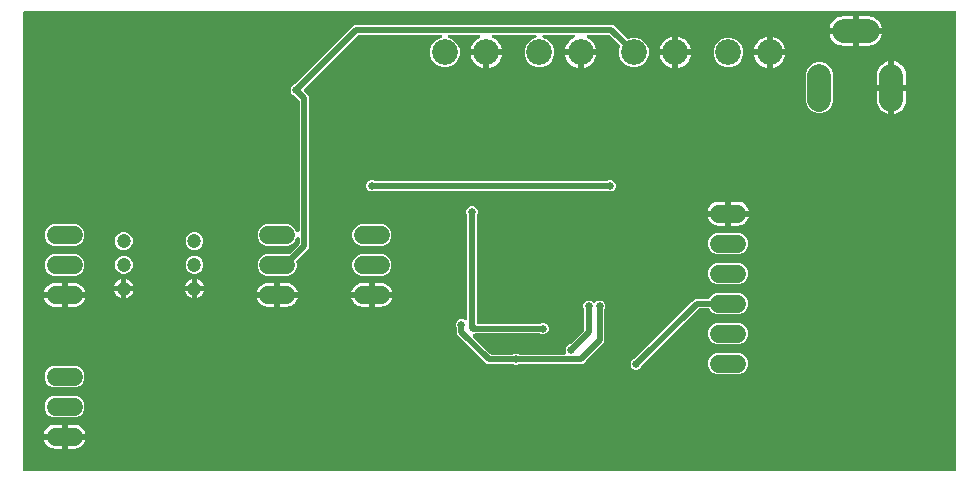
<source format=gbr>
G04 EAGLE Gerber RS-274X export*
G75*
%MOMM*%
%FSLAX34Y34*%
%LPD*%
%INBottom Copper*%
%IPPOS*%
%AMOC8*
5,1,8,0,0,1.08239X$1,22.5*%
G01*
%ADD10C,2.000000*%
%ADD11C,1.524000*%
%ADD12C,1.500000*%
%ADD13C,1.200000*%
%ADD14C,2.184400*%
%ADD15R,4.900000X4.900000*%
%ADD16C,0.654800*%
%ADD17C,0.500000*%

G36*
X793455Y5085D02*
X793455Y5085D01*
X793491Y5082D01*
X793627Y5105D01*
X793763Y5121D01*
X793797Y5133D01*
X793832Y5138D01*
X793959Y5191D01*
X794089Y5238D01*
X794118Y5257D01*
X794151Y5271D01*
X794263Y5352D01*
X794378Y5427D01*
X794403Y5453D01*
X794431Y5473D01*
X794522Y5577D01*
X794617Y5677D01*
X794635Y5708D01*
X794658Y5734D01*
X794722Y5857D01*
X794792Y5975D01*
X794802Y6009D01*
X794819Y6041D01*
X794853Y6174D01*
X794894Y6306D01*
X794896Y6341D01*
X794905Y6375D01*
X794919Y6580D01*
X794919Y393420D01*
X794917Y393443D01*
X794918Y393457D01*
X794916Y393467D01*
X794918Y393491D01*
X794895Y393627D01*
X794879Y393763D01*
X794867Y393797D01*
X794862Y393832D01*
X794809Y393959D01*
X794762Y394089D01*
X794743Y394118D01*
X794729Y394151D01*
X794648Y394263D01*
X794573Y394378D01*
X794547Y394403D01*
X794527Y394431D01*
X794423Y394522D01*
X794323Y394617D01*
X794292Y394635D01*
X794266Y394658D01*
X794143Y394722D01*
X794025Y394792D01*
X793991Y394802D01*
X793959Y394819D01*
X793826Y394853D01*
X793694Y394894D01*
X793659Y394896D01*
X793625Y394905D01*
X793420Y394919D01*
X6580Y394919D01*
X6545Y394915D01*
X6509Y394918D01*
X6373Y394895D01*
X6237Y394879D01*
X6203Y394867D01*
X6168Y394862D01*
X6041Y394809D01*
X5911Y394762D01*
X5882Y394743D01*
X5849Y394729D01*
X5737Y394648D01*
X5622Y394573D01*
X5597Y394547D01*
X5569Y394527D01*
X5478Y394423D01*
X5383Y394323D01*
X5365Y394292D01*
X5342Y394266D01*
X5278Y394143D01*
X5208Y394025D01*
X5198Y393991D01*
X5181Y393959D01*
X5147Y393826D01*
X5106Y393694D01*
X5104Y393659D01*
X5095Y393625D01*
X5081Y393420D01*
X5081Y6580D01*
X5085Y6545D01*
X5082Y6509D01*
X5105Y6373D01*
X5121Y6237D01*
X5133Y6203D01*
X5138Y6168D01*
X5191Y6041D01*
X5238Y5911D01*
X5257Y5882D01*
X5271Y5849D01*
X5352Y5737D01*
X5427Y5622D01*
X5453Y5597D01*
X5473Y5569D01*
X5577Y5478D01*
X5677Y5383D01*
X5708Y5365D01*
X5734Y5342D01*
X5857Y5278D01*
X5975Y5208D01*
X6009Y5198D01*
X6041Y5181D01*
X6174Y5147D01*
X6306Y5106D01*
X6341Y5104D01*
X6375Y5095D01*
X6580Y5081D01*
X793420Y5081D01*
X793455Y5085D01*
G37*
%LPC*%
G36*
X210705Y170975D02*
X210705Y170975D01*
X207388Y172349D01*
X204849Y174888D01*
X203475Y178205D01*
X203475Y181795D01*
X204849Y185112D01*
X207388Y187651D01*
X210705Y189025D01*
X229383Y189025D01*
X229436Y189010D01*
X229523Y189006D01*
X229610Y188992D01*
X229696Y188998D01*
X229781Y188994D01*
X229867Y189010D01*
X229955Y189016D01*
X230037Y189041D01*
X230121Y189057D01*
X230201Y189093D01*
X230285Y189119D01*
X230359Y189162D01*
X230437Y189197D01*
X230507Y189250D01*
X230583Y189294D01*
X230691Y189389D01*
X230713Y189406D01*
X230721Y189415D01*
X230737Y189429D01*
X238536Y197228D01*
X238623Y197337D01*
X238714Y197443D01*
X238730Y197473D01*
X238751Y197499D01*
X238810Y197625D01*
X238875Y197749D01*
X238883Y197781D01*
X238898Y197812D01*
X238926Y197948D01*
X238961Y198083D01*
X238964Y198129D01*
X238969Y198150D01*
X238968Y198184D01*
X238975Y198288D01*
X238975Y201984D01*
X238969Y202036D01*
X238972Y202088D01*
X238949Y202207D01*
X238935Y202327D01*
X238918Y202376D01*
X238908Y202428D01*
X238859Y202539D01*
X238818Y202652D01*
X238789Y202696D01*
X238768Y202744D01*
X238695Y202841D01*
X238629Y202942D01*
X238591Y202978D01*
X238560Y203020D01*
X238466Y203097D01*
X238379Y203181D01*
X238334Y203207D01*
X238294Y203241D01*
X238185Y203294D01*
X238081Y203356D01*
X238031Y203371D01*
X237984Y203394D01*
X237866Y203422D01*
X237750Y203458D01*
X237698Y203461D01*
X237647Y203473D01*
X237526Y203473D01*
X237405Y203481D01*
X237354Y203473D01*
X237302Y203473D01*
X237184Y203445D01*
X237064Y203425D01*
X237016Y203405D01*
X236965Y203393D01*
X236857Y203339D01*
X236745Y203293D01*
X236703Y203262D01*
X236656Y203239D01*
X236563Y203161D01*
X236465Y203090D01*
X236430Y203051D01*
X236390Y203017D01*
X236317Y202921D01*
X236238Y202829D01*
X236214Y202783D01*
X236182Y202741D01*
X236091Y202558D01*
X235151Y200288D01*
X232612Y197749D01*
X229295Y196375D01*
X210705Y196375D01*
X207388Y197749D01*
X204849Y200288D01*
X203475Y203605D01*
X203475Y207195D01*
X204849Y210512D01*
X207388Y213051D01*
X210705Y214425D01*
X229295Y214425D01*
X232612Y213051D01*
X235151Y210512D01*
X236091Y208242D01*
X236116Y208197D01*
X236134Y208148D01*
X236200Y208046D01*
X236259Y207940D01*
X236294Y207902D01*
X236323Y207858D01*
X236410Y207775D01*
X236492Y207685D01*
X236535Y207655D01*
X236573Y207619D01*
X236677Y207558D01*
X236777Y207490D01*
X236826Y207471D01*
X236871Y207444D01*
X236987Y207409D01*
X237100Y207365D01*
X237152Y207358D01*
X237202Y207342D01*
X237322Y207334D01*
X237442Y207317D01*
X237494Y207322D01*
X237547Y207319D01*
X237666Y207338D01*
X237787Y207350D01*
X237836Y207366D01*
X237888Y207375D01*
X237999Y207421D01*
X238114Y207460D01*
X238159Y207487D01*
X238207Y207507D01*
X238305Y207578D01*
X238408Y207642D01*
X238445Y207679D01*
X238487Y207710D01*
X238567Y207801D01*
X238652Y207887D01*
X238680Y207931D01*
X238714Y207971D01*
X238770Y208078D01*
X238834Y208181D01*
X238851Y208230D01*
X238875Y208277D01*
X238905Y208394D01*
X238943Y208509D01*
X238948Y208561D01*
X238961Y208612D01*
X238975Y208816D01*
X238975Y318814D01*
X238959Y318952D01*
X238949Y319091D01*
X238939Y319124D01*
X238935Y319157D01*
X238888Y319288D01*
X238847Y319422D01*
X238829Y319451D01*
X238818Y319483D01*
X238742Y319599D01*
X238671Y319719D01*
X238641Y319753D01*
X238629Y319772D01*
X238605Y319795D01*
X238536Y319874D01*
X235463Y322947D01*
X235449Y322959D01*
X235437Y322973D01*
X235313Y323066D01*
X235192Y323162D01*
X235175Y323169D01*
X235161Y323181D01*
X234977Y323272D01*
X233384Y323932D01*
X232034Y325282D01*
X231303Y327045D01*
X231303Y328955D01*
X232034Y330718D01*
X233384Y332068D01*
X234977Y332728D01*
X234993Y332737D01*
X235011Y332743D01*
X235144Y332821D01*
X235279Y332896D01*
X235293Y332909D01*
X235309Y332918D01*
X235463Y333053D01*
X282638Y380228D01*
X285435Y383025D01*
X504667Y383025D01*
X507464Y380228D01*
X515790Y371902D01*
X515859Y371847D01*
X515921Y371786D01*
X515994Y371740D01*
X516061Y371687D01*
X516140Y371650D01*
X516215Y371604D01*
X516296Y371577D01*
X516374Y371540D01*
X516460Y371522D01*
X516543Y371494D01*
X516628Y371487D01*
X516712Y371469D01*
X516800Y371471D01*
X516887Y371463D01*
X516972Y371475D01*
X517058Y371477D01*
X517143Y371499D01*
X517229Y371511D01*
X517366Y371557D01*
X517393Y371564D01*
X517403Y371570D01*
X517424Y371577D01*
X519524Y372447D01*
X524476Y372447D01*
X529051Y370552D01*
X532552Y367051D01*
X534447Y362476D01*
X534447Y357524D01*
X532552Y352949D01*
X529051Y349448D01*
X524476Y347553D01*
X519524Y347553D01*
X514949Y349448D01*
X511448Y352949D01*
X509553Y357524D01*
X509553Y362476D01*
X510423Y364576D01*
X510447Y364660D01*
X510481Y364741D01*
X510494Y364826D01*
X510518Y364909D01*
X510522Y364996D01*
X510536Y365082D01*
X510530Y365168D01*
X510534Y365254D01*
X510518Y365340D01*
X510511Y365427D01*
X510486Y365509D01*
X510470Y365594D01*
X510435Y365674D01*
X510409Y365757D01*
X510365Y365832D01*
X510330Y365910D01*
X510278Y365980D01*
X510233Y366055D01*
X510139Y366164D01*
X510122Y366186D01*
X510113Y366194D01*
X510098Y366210D01*
X501772Y374536D01*
X501663Y374623D01*
X501557Y374714D01*
X501527Y374730D01*
X501501Y374751D01*
X501375Y374810D01*
X501251Y374875D01*
X501219Y374883D01*
X501188Y374898D01*
X501052Y374926D01*
X500917Y374961D01*
X500871Y374964D01*
X500850Y374969D01*
X500816Y374968D01*
X500712Y374975D01*
X483508Y374975D01*
X483343Y374956D01*
X483178Y374938D01*
X483172Y374936D01*
X483165Y374935D01*
X483008Y374879D01*
X482852Y374824D01*
X482846Y374820D01*
X482840Y374818D01*
X482700Y374727D01*
X482561Y374638D01*
X482556Y374633D01*
X482550Y374629D01*
X482435Y374509D01*
X482320Y374390D01*
X482316Y374384D01*
X482312Y374379D01*
X482227Y374235D01*
X482142Y374093D01*
X482140Y374087D01*
X482137Y374081D01*
X482088Y373922D01*
X482037Y373764D01*
X482036Y373757D01*
X482034Y373750D01*
X482023Y373583D01*
X482010Y373419D01*
X482011Y373412D01*
X482011Y373405D01*
X482038Y373242D01*
X482063Y373077D01*
X482066Y373071D01*
X482067Y373064D01*
X482130Y372912D01*
X482193Y372757D01*
X482197Y372751D01*
X482199Y372745D01*
X482296Y372611D01*
X482393Y372475D01*
X482398Y372470D01*
X482402Y372465D01*
X482528Y372355D01*
X482652Y372246D01*
X482659Y372241D01*
X482663Y372238D01*
X482677Y372231D01*
X482828Y372140D01*
X484056Y371514D01*
X485770Y370269D01*
X487269Y368770D01*
X488514Y367056D01*
X489476Y365168D01*
X490131Y363152D01*
X490235Y362499D01*
X478000Y362499D01*
X477965Y362495D01*
X477930Y362498D01*
X477794Y362475D01*
X477657Y362459D01*
X477623Y362447D01*
X477588Y362442D01*
X477461Y362389D01*
X477332Y362342D01*
X477302Y362323D01*
X477269Y362309D01*
X477157Y362228D01*
X477042Y362153D01*
X477018Y362127D01*
X476994Y362110D01*
X476903Y362197D01*
X476872Y362215D01*
X476845Y362238D01*
X476723Y362302D01*
X476605Y362372D01*
X476571Y362382D01*
X476539Y362399D01*
X476406Y362433D01*
X476274Y362474D01*
X476239Y362476D01*
X476204Y362485D01*
X476000Y362499D01*
X463765Y362499D01*
X463869Y363152D01*
X464524Y365168D01*
X465486Y367056D01*
X466731Y368770D01*
X468230Y370269D01*
X469944Y371514D01*
X471172Y372140D01*
X471310Y372231D01*
X471450Y372323D01*
X471455Y372328D01*
X471460Y372332D01*
X471574Y372453D01*
X471688Y372573D01*
X471692Y372579D01*
X471697Y372584D01*
X471779Y372728D01*
X471863Y372871D01*
X471865Y372878D01*
X471869Y372884D01*
X471916Y373043D01*
X471966Y373202D01*
X471966Y373208D01*
X471968Y373215D01*
X471978Y373381D01*
X471989Y373547D01*
X471988Y373553D01*
X471989Y373560D01*
X471960Y373724D01*
X471933Y373888D01*
X471931Y373894D01*
X471929Y373901D01*
X471864Y374054D01*
X471801Y374207D01*
X471797Y374212D01*
X471794Y374219D01*
X471695Y374354D01*
X471598Y374487D01*
X471593Y374492D01*
X471589Y374497D01*
X471463Y374605D01*
X471337Y374714D01*
X471331Y374717D01*
X471326Y374722D01*
X471179Y374797D01*
X471031Y374875D01*
X471025Y374877D01*
X471019Y374880D01*
X470857Y374920D01*
X470696Y374961D01*
X470688Y374962D01*
X470683Y374963D01*
X470668Y374963D01*
X470492Y374975D01*
X445909Y374975D01*
X445857Y374969D01*
X445804Y374972D01*
X445685Y374949D01*
X445565Y374935D01*
X445516Y374918D01*
X445465Y374908D01*
X445354Y374859D01*
X445240Y374818D01*
X445196Y374789D01*
X445148Y374768D01*
X445052Y374695D01*
X444950Y374629D01*
X444914Y374591D01*
X444873Y374560D01*
X444795Y374466D01*
X444712Y374379D01*
X444685Y374334D01*
X444652Y374294D01*
X444598Y374185D01*
X444537Y374081D01*
X444521Y374031D01*
X444498Y373984D01*
X444470Y373866D01*
X444435Y373750D01*
X444431Y373698D01*
X444419Y373647D01*
X444419Y373526D01*
X444411Y373405D01*
X444419Y373354D01*
X444420Y373302D01*
X444447Y373184D01*
X444467Y373064D01*
X444487Y373016D01*
X444499Y372965D01*
X444553Y372857D01*
X444600Y372745D01*
X444630Y372703D01*
X444654Y372656D01*
X444731Y372563D01*
X444802Y372465D01*
X444841Y372430D01*
X444875Y372390D01*
X444971Y372317D01*
X445063Y372238D01*
X445109Y372214D01*
X445151Y372182D01*
X445335Y372091D01*
X449051Y370552D01*
X452552Y367051D01*
X454447Y362476D01*
X454447Y357524D01*
X452552Y352949D01*
X449051Y349448D01*
X444476Y347553D01*
X439524Y347553D01*
X434949Y349448D01*
X431448Y352949D01*
X429553Y357524D01*
X429553Y362476D01*
X431448Y367051D01*
X434949Y370552D01*
X438665Y372091D01*
X438711Y372116D01*
X438760Y372134D01*
X438861Y372200D01*
X438967Y372259D01*
X439006Y372294D01*
X439050Y372323D01*
X439133Y372410D01*
X439223Y372492D01*
X439252Y372535D01*
X439288Y372573D01*
X439350Y372677D01*
X439418Y372777D01*
X439437Y372826D01*
X439463Y372871D01*
X439499Y372987D01*
X439543Y373100D01*
X439550Y373152D01*
X439565Y373202D01*
X439574Y373322D01*
X439590Y373442D01*
X439585Y373494D01*
X439589Y373547D01*
X439569Y373666D01*
X439558Y373787D01*
X439541Y373836D01*
X439533Y373888D01*
X439487Y373999D01*
X439448Y374114D01*
X439420Y374159D01*
X439400Y374207D01*
X439330Y374305D01*
X439266Y374408D01*
X439229Y374445D01*
X439198Y374487D01*
X439107Y374567D01*
X439021Y374652D01*
X438976Y374680D01*
X438937Y374714D01*
X438830Y374770D01*
X438727Y374834D01*
X438677Y374851D01*
X438631Y374875D01*
X438514Y374905D01*
X438399Y374943D01*
X438347Y374948D01*
X438296Y374961D01*
X438091Y374975D01*
X403508Y374975D01*
X403343Y374956D01*
X403178Y374938D01*
X403172Y374936D01*
X403165Y374935D01*
X403008Y374879D01*
X402852Y374824D01*
X402846Y374820D01*
X402840Y374818D01*
X402700Y374727D01*
X402561Y374638D01*
X402556Y374633D01*
X402550Y374629D01*
X402435Y374509D01*
X402320Y374390D01*
X402316Y374384D01*
X402312Y374379D01*
X402227Y374235D01*
X402142Y374093D01*
X402140Y374087D01*
X402137Y374081D01*
X402088Y373922D01*
X402037Y373764D01*
X402036Y373757D01*
X402034Y373750D01*
X402023Y373583D01*
X402010Y373419D01*
X402011Y373412D01*
X402011Y373405D01*
X402038Y373242D01*
X402063Y373077D01*
X402066Y373071D01*
X402067Y373064D01*
X402130Y372912D01*
X402193Y372757D01*
X402197Y372751D01*
X402199Y372745D01*
X402296Y372611D01*
X402393Y372475D01*
X402398Y372470D01*
X402402Y372465D01*
X402528Y372355D01*
X402652Y372246D01*
X402659Y372241D01*
X402663Y372238D01*
X402677Y372231D01*
X402828Y372140D01*
X404056Y371514D01*
X405770Y370269D01*
X407269Y368770D01*
X408514Y367056D01*
X409476Y365168D01*
X410131Y363152D01*
X410235Y362499D01*
X398000Y362499D01*
X397965Y362495D01*
X397930Y362498D01*
X397794Y362475D01*
X397657Y362459D01*
X397623Y362447D01*
X397588Y362442D01*
X397461Y362389D01*
X397332Y362342D01*
X397302Y362323D01*
X397269Y362309D01*
X397157Y362228D01*
X397042Y362153D01*
X397018Y362127D01*
X396994Y362110D01*
X396903Y362197D01*
X396872Y362215D01*
X396845Y362238D01*
X396723Y362302D01*
X396605Y362372D01*
X396571Y362382D01*
X396539Y362399D01*
X396406Y362433D01*
X396274Y362474D01*
X396239Y362476D01*
X396204Y362485D01*
X396000Y362499D01*
X383765Y362499D01*
X383869Y363152D01*
X384524Y365168D01*
X385486Y367056D01*
X386731Y368770D01*
X388230Y370269D01*
X389944Y371514D01*
X391172Y372140D01*
X391310Y372231D01*
X391450Y372323D01*
X391454Y372328D01*
X391460Y372332D01*
X391574Y372453D01*
X391688Y372573D01*
X391692Y372579D01*
X391697Y372584D01*
X391779Y372728D01*
X391863Y372871D01*
X391865Y372878D01*
X391869Y372884D01*
X391916Y373043D01*
X391966Y373202D01*
X391966Y373208D01*
X391968Y373215D01*
X391978Y373381D01*
X391989Y373547D01*
X391988Y373553D01*
X391988Y373560D01*
X391960Y373724D01*
X391933Y373888D01*
X391931Y373894D01*
X391929Y373901D01*
X391864Y374054D01*
X391801Y374207D01*
X391797Y374213D01*
X391794Y374219D01*
X391696Y374352D01*
X391598Y374487D01*
X391593Y374492D01*
X391589Y374497D01*
X391463Y374605D01*
X391337Y374714D01*
X391331Y374717D01*
X391326Y374722D01*
X391179Y374797D01*
X391031Y374875D01*
X391024Y374877D01*
X391018Y374880D01*
X390857Y374920D01*
X390696Y374961D01*
X390688Y374962D01*
X390683Y374963D01*
X390667Y374963D01*
X390492Y374975D01*
X365909Y374975D01*
X365857Y374969D01*
X365804Y374972D01*
X365685Y374949D01*
X365565Y374935D01*
X365516Y374918D01*
X365465Y374908D01*
X365354Y374859D01*
X365240Y374818D01*
X365196Y374789D01*
X365148Y374768D01*
X365052Y374695D01*
X364950Y374629D01*
X364914Y374591D01*
X364873Y374560D01*
X364795Y374466D01*
X364712Y374379D01*
X364685Y374334D01*
X364652Y374294D01*
X364598Y374185D01*
X364537Y374081D01*
X364521Y374031D01*
X364498Y373984D01*
X364470Y373866D01*
X364435Y373750D01*
X364431Y373698D01*
X364419Y373647D01*
X364419Y373526D01*
X364411Y373405D01*
X364419Y373354D01*
X364420Y373302D01*
X364447Y373184D01*
X364467Y373064D01*
X364487Y373016D01*
X364499Y372965D01*
X364553Y372857D01*
X364600Y372745D01*
X364630Y372703D01*
X364654Y372656D01*
X364731Y372563D01*
X364802Y372465D01*
X364841Y372430D01*
X364875Y372390D01*
X364971Y372317D01*
X365063Y372238D01*
X365109Y372214D01*
X365151Y372182D01*
X365335Y372091D01*
X369051Y370552D01*
X372552Y367051D01*
X374447Y362476D01*
X374447Y357524D01*
X372552Y352949D01*
X369051Y349448D01*
X364476Y347553D01*
X359524Y347553D01*
X354949Y349448D01*
X351448Y352949D01*
X349553Y357524D01*
X349553Y362476D01*
X351448Y367051D01*
X354949Y370552D01*
X358665Y372091D01*
X358711Y372116D01*
X358760Y372134D01*
X358861Y372200D01*
X358967Y372259D01*
X359006Y372294D01*
X359050Y372323D01*
X359133Y372410D01*
X359223Y372492D01*
X359252Y372535D01*
X359288Y372573D01*
X359350Y372677D01*
X359418Y372777D01*
X359437Y372826D01*
X359463Y372871D01*
X359499Y372987D01*
X359543Y373100D01*
X359550Y373152D01*
X359565Y373202D01*
X359574Y373322D01*
X359590Y373442D01*
X359585Y373494D01*
X359589Y373547D01*
X359569Y373666D01*
X359558Y373787D01*
X359541Y373836D01*
X359533Y373888D01*
X359487Y373999D01*
X359448Y374114D01*
X359420Y374159D01*
X359400Y374207D01*
X359330Y374305D01*
X359266Y374408D01*
X359229Y374445D01*
X359198Y374487D01*
X359107Y374567D01*
X359021Y374652D01*
X358976Y374680D01*
X358937Y374714D01*
X358830Y374770D01*
X358727Y374834D01*
X358677Y374851D01*
X358631Y374875D01*
X358514Y374905D01*
X358399Y374943D01*
X358347Y374948D01*
X358296Y374961D01*
X358091Y374975D01*
X289390Y374975D01*
X289252Y374959D01*
X289113Y374949D01*
X289080Y374939D01*
X289047Y374935D01*
X288916Y374888D01*
X288782Y374847D01*
X288753Y374829D01*
X288721Y374818D01*
X288605Y374742D01*
X288485Y374671D01*
X288451Y374641D01*
X288432Y374629D01*
X288409Y374605D01*
X288330Y374536D01*
X242854Y329060D01*
X242832Y329032D01*
X242805Y329009D01*
X242725Y328897D01*
X242639Y328789D01*
X242624Y328757D01*
X242604Y328728D01*
X242551Y328601D01*
X242492Y328476D01*
X242485Y328441D01*
X242472Y328409D01*
X242450Y328272D01*
X242421Y328138D01*
X242422Y328102D01*
X242416Y328067D01*
X242426Y327930D01*
X242429Y327792D01*
X242438Y327758D01*
X242441Y327722D01*
X242482Y327591D01*
X242516Y327458D01*
X242533Y327426D01*
X242543Y327392D01*
X242614Y327273D01*
X242678Y327152D01*
X242701Y327125D01*
X242719Y327095D01*
X242854Y326940D01*
X247025Y322769D01*
X247025Y194333D01*
X236636Y183944D01*
X236582Y183876D01*
X236520Y183814D01*
X236475Y183741D01*
X236422Y183673D01*
X236384Y183594D01*
X236338Y183520D01*
X236311Y183438D01*
X236275Y183360D01*
X236257Y183275D01*
X236229Y183192D01*
X236221Y183106D01*
X236203Y183022D01*
X236206Y182934D01*
X236198Y182847D01*
X236210Y182762D01*
X236212Y182676D01*
X236234Y182592D01*
X236246Y182505D01*
X236292Y182369D01*
X236299Y182342D01*
X236304Y182331D01*
X236311Y182311D01*
X236525Y181795D01*
X236525Y178205D01*
X235151Y174888D01*
X232612Y172349D01*
X229295Y170975D01*
X210705Y170975D01*
G37*
%LPD*%
%LPC*%
G36*
X421045Y95201D02*
X421045Y95201D01*
X419452Y95861D01*
X419435Y95866D01*
X419418Y95875D01*
X419268Y95914D01*
X419120Y95956D01*
X419101Y95957D01*
X419083Y95961D01*
X418879Y95975D01*
X397333Y95975D01*
X371975Y121333D01*
X371975Y125879D01*
X371973Y125897D01*
X371975Y125916D01*
X371953Y126068D01*
X371935Y126222D01*
X371929Y126240D01*
X371926Y126258D01*
X371861Y126452D01*
X371201Y128045D01*
X371201Y129955D01*
X371932Y131718D01*
X373282Y133068D01*
X375045Y133799D01*
X376955Y133799D01*
X378902Y132992D01*
X379053Y132949D01*
X379202Y132903D01*
X379219Y132902D01*
X379235Y132897D01*
X379390Y132890D01*
X379547Y132879D01*
X379563Y132882D01*
X379580Y132881D01*
X379734Y132910D01*
X379888Y132935D01*
X379903Y132942D01*
X379920Y132945D01*
X380063Y133008D01*
X380207Y133068D01*
X380221Y133078D01*
X380236Y133085D01*
X380361Y133179D01*
X380487Y133270D01*
X380499Y133283D01*
X380512Y133293D01*
X380611Y133413D01*
X380714Y133531D01*
X380722Y133547D01*
X380733Y133560D01*
X380802Y133699D01*
X380875Y133838D01*
X380879Y133854D01*
X380887Y133869D01*
X380922Y134021D01*
X380961Y134172D01*
X380963Y134194D01*
X380965Y134206D01*
X380965Y134233D01*
X380975Y134377D01*
X380975Y221879D01*
X380973Y221897D01*
X380975Y221916D01*
X380953Y222068D01*
X380935Y222222D01*
X380929Y222240D01*
X380926Y222258D01*
X380861Y222452D01*
X380201Y224045D01*
X380201Y225955D01*
X380932Y227718D01*
X382282Y229068D01*
X384045Y229799D01*
X385955Y229799D01*
X387718Y229068D01*
X389068Y227718D01*
X389799Y225955D01*
X389799Y224045D01*
X389139Y222452D01*
X389134Y222435D01*
X389125Y222418D01*
X389086Y222268D01*
X389044Y222120D01*
X389043Y222101D01*
X389039Y222083D01*
X389025Y221879D01*
X389025Y131524D01*
X389029Y131489D01*
X389026Y131453D01*
X389049Y131317D01*
X389065Y131181D01*
X389077Y131147D01*
X389082Y131112D01*
X389135Y130985D01*
X389182Y130855D01*
X389201Y130826D01*
X389215Y130793D01*
X389296Y130681D01*
X389371Y130566D01*
X389397Y130541D01*
X389417Y130513D01*
X389521Y130422D01*
X389621Y130327D01*
X389652Y130309D01*
X389678Y130286D01*
X389801Y130222D01*
X389919Y130152D01*
X389953Y130142D01*
X389985Y130125D01*
X390118Y130091D01*
X390250Y130050D01*
X390285Y130048D01*
X390319Y130039D01*
X390524Y130025D01*
X441879Y130025D01*
X441897Y130027D01*
X441916Y130025D01*
X442068Y130047D01*
X442222Y130065D01*
X442240Y130071D01*
X442258Y130074D01*
X442452Y130139D01*
X444045Y130799D01*
X445955Y130799D01*
X447718Y130068D01*
X449068Y128718D01*
X449799Y126955D01*
X449799Y125045D01*
X449068Y123282D01*
X447718Y121932D01*
X445955Y121201D01*
X444045Y121201D01*
X442452Y121861D01*
X442435Y121866D01*
X442418Y121875D01*
X442268Y121914D01*
X442120Y121956D01*
X442101Y121957D01*
X442083Y121961D01*
X441879Y121975D01*
X388268Y121975D01*
X388249Y121973D01*
X388231Y121975D01*
X388078Y121953D01*
X387924Y121935D01*
X387907Y121929D01*
X387889Y121926D01*
X387694Y121861D01*
X386671Y121437D01*
X386652Y121437D01*
X386585Y121419D01*
X386517Y121411D01*
X386419Y121376D01*
X386318Y121350D01*
X386257Y121317D01*
X386191Y121294D01*
X386104Y121237D01*
X386012Y121188D01*
X385960Y121143D01*
X385902Y121105D01*
X385830Y121030D01*
X385751Y120961D01*
X385711Y120905D01*
X385663Y120855D01*
X385610Y120765D01*
X385550Y120680D01*
X385523Y120616D01*
X385488Y120557D01*
X385457Y120457D01*
X385418Y120361D01*
X385406Y120292D01*
X385386Y120226D01*
X385379Y120122D01*
X385362Y120019D01*
X385367Y119950D01*
X385362Y119881D01*
X385379Y119779D01*
X385387Y119674D01*
X385407Y119608D01*
X385418Y119540D01*
X385458Y119444D01*
X385489Y119344D01*
X385525Y119285D01*
X385551Y119221D01*
X385612Y119136D01*
X385665Y119047D01*
X385734Y118968D01*
X385753Y118941D01*
X385770Y118926D01*
X385800Y118892D01*
X400228Y104464D01*
X400337Y104377D01*
X400443Y104286D01*
X400473Y104270D01*
X400499Y104249D01*
X400625Y104190D01*
X400749Y104125D01*
X400781Y104117D01*
X400812Y104102D01*
X400948Y104074D01*
X401083Y104039D01*
X401129Y104036D01*
X401150Y104031D01*
X401184Y104032D01*
X401288Y104025D01*
X418879Y104025D01*
X418897Y104027D01*
X418916Y104025D01*
X419068Y104047D01*
X419222Y104065D01*
X419240Y104071D01*
X419258Y104074D01*
X419452Y104139D01*
X421045Y104799D01*
X422955Y104799D01*
X424548Y104139D01*
X424558Y104136D01*
X424566Y104132D01*
X424573Y104130D01*
X424582Y104125D01*
X424732Y104086D01*
X424880Y104044D01*
X424899Y104043D01*
X424917Y104039D01*
X425121Y104025D01*
X463209Y104025D01*
X463364Y104043D01*
X463519Y104057D01*
X463535Y104063D01*
X463552Y104065D01*
X463699Y104118D01*
X463847Y104167D01*
X463861Y104176D01*
X463877Y104182D01*
X464008Y104267D01*
X464141Y104350D01*
X464153Y104362D01*
X464167Y104371D01*
X464275Y104484D01*
X464385Y104594D01*
X464394Y104609D01*
X464406Y104621D01*
X464485Y104756D01*
X464567Y104889D01*
X464572Y104905D01*
X464581Y104919D01*
X464627Y105068D01*
X464676Y105217D01*
X464678Y105233D01*
X464683Y105250D01*
X464693Y105406D01*
X464708Y105561D01*
X464705Y105578D01*
X464706Y105595D01*
X464681Y105749D01*
X464659Y105903D01*
X464652Y105924D01*
X464650Y105936D01*
X464640Y105961D01*
X464594Y106098D01*
X464201Y107046D01*
X464201Y108955D01*
X464932Y110718D01*
X466282Y112068D01*
X467875Y112728D01*
X467891Y112737D01*
X467909Y112743D01*
X468042Y112821D01*
X468177Y112896D01*
X468191Y112909D01*
X468207Y112918D01*
X468361Y113053D01*
X479536Y124228D01*
X479623Y124337D01*
X479714Y124443D01*
X479730Y124473D01*
X479751Y124499D01*
X479810Y124625D01*
X479875Y124749D01*
X479883Y124781D01*
X479898Y124812D01*
X479926Y124948D01*
X479961Y125083D01*
X479964Y125129D01*
X479969Y125150D01*
X479968Y125184D01*
X479975Y125288D01*
X479975Y141879D01*
X479973Y141897D01*
X479975Y141916D01*
X479953Y142068D01*
X479935Y142222D01*
X479929Y142240D01*
X479926Y142258D01*
X479861Y142452D01*
X479201Y144045D01*
X479201Y145955D01*
X479932Y147718D01*
X481282Y149068D01*
X483045Y149799D01*
X484955Y149799D01*
X486718Y149068D01*
X487440Y148347D01*
X487468Y148324D01*
X487491Y148298D01*
X487603Y148218D01*
X487711Y148132D01*
X487743Y148117D01*
X487772Y148096D01*
X487899Y148044D01*
X488024Y147985D01*
X488059Y147978D01*
X488091Y147964D01*
X488228Y147942D01*
X488362Y147914D01*
X488398Y147915D01*
X488433Y147909D01*
X488570Y147919D01*
X488708Y147922D01*
X488742Y147931D01*
X488778Y147933D01*
X488909Y147974D01*
X489042Y148009D01*
X489074Y148026D01*
X489108Y148036D01*
X489226Y148106D01*
X489348Y148170D01*
X489375Y148194D01*
X489405Y148212D01*
X489560Y148347D01*
X490282Y149068D01*
X492045Y149799D01*
X493955Y149799D01*
X495718Y149068D01*
X497068Y147718D01*
X497799Y145955D01*
X497799Y144045D01*
X497139Y142452D01*
X497134Y142435D01*
X497125Y142418D01*
X497086Y142268D01*
X497044Y142120D01*
X497043Y142101D01*
X497039Y142083D01*
X497025Y141879D01*
X497025Y114333D01*
X481464Y98772D01*
X478667Y95975D01*
X425121Y95975D01*
X425103Y95973D01*
X425084Y95975D01*
X424932Y95953D01*
X424778Y95935D01*
X424760Y95929D01*
X424742Y95926D01*
X424548Y95861D01*
X422955Y95201D01*
X421045Y95201D01*
G37*
%LPD*%
%LPC*%
G36*
X299045Y242201D02*
X299045Y242201D01*
X297282Y242932D01*
X295932Y244282D01*
X295201Y246045D01*
X295201Y247955D01*
X295932Y249718D01*
X297282Y251068D01*
X299045Y251799D01*
X300955Y251799D01*
X302548Y251139D01*
X302565Y251134D01*
X302582Y251125D01*
X302732Y251086D01*
X302880Y251044D01*
X302899Y251043D01*
X302917Y251039D01*
X303121Y251025D01*
X498879Y251025D01*
X498897Y251027D01*
X498916Y251025D01*
X499068Y251047D01*
X499222Y251065D01*
X499240Y251071D01*
X499258Y251074D01*
X499452Y251139D01*
X501045Y251799D01*
X502955Y251799D01*
X504718Y251068D01*
X506068Y249718D01*
X506799Y247955D01*
X506799Y246045D01*
X506068Y244282D01*
X504718Y242932D01*
X502955Y242201D01*
X501045Y242201D01*
X499452Y242861D01*
X499435Y242866D01*
X499418Y242875D01*
X499268Y242914D01*
X499120Y242956D01*
X499101Y242957D01*
X499083Y242961D01*
X498879Y242975D01*
X303121Y242975D01*
X303103Y242973D01*
X303084Y242975D01*
X302932Y242953D01*
X302778Y242935D01*
X302760Y242929D01*
X302742Y242926D01*
X302548Y242861D01*
X300955Y242201D01*
X299045Y242201D01*
G37*
%LPD*%
%LPC*%
G36*
X523045Y91201D02*
X523045Y91201D01*
X521282Y91932D01*
X519932Y93282D01*
X519201Y95045D01*
X519201Y96955D01*
X519932Y98718D01*
X521282Y100068D01*
X522875Y100728D01*
X522891Y100737D01*
X522909Y100743D01*
X523042Y100821D01*
X523177Y100896D01*
X523191Y100909D01*
X523207Y100918D01*
X523361Y101053D01*
X570836Y148528D01*
X573633Y151325D01*
X585047Y151325D01*
X585134Y151335D01*
X585222Y151335D01*
X585305Y151355D01*
X585391Y151365D01*
X585473Y151394D01*
X585558Y151414D01*
X585635Y151453D01*
X585716Y151482D01*
X585789Y151530D01*
X585867Y151569D01*
X585933Y151624D01*
X586005Y151671D01*
X586066Y151734D01*
X586133Y151790D01*
X586185Y151859D01*
X586244Y151921D01*
X586288Y151997D01*
X586341Y152067D01*
X586405Y152195D01*
X586419Y152219D01*
X586423Y152231D01*
X586432Y152250D01*
X586527Y152480D01*
X589100Y155053D01*
X592461Y156445D01*
X611339Y156445D01*
X614700Y155053D01*
X617273Y152480D01*
X618665Y149119D01*
X618665Y145481D01*
X617273Y142120D01*
X614700Y139547D01*
X611339Y138155D01*
X592461Y138155D01*
X589100Y139547D01*
X586527Y142120D01*
X586432Y142350D01*
X586390Y142426D01*
X586356Y142507D01*
X586306Y142577D01*
X586264Y142652D01*
X586205Y142716D01*
X586154Y142787D01*
X586089Y142844D01*
X586031Y142907D01*
X585959Y142957D01*
X585893Y143014D01*
X585816Y143054D01*
X585746Y143103D01*
X585664Y143134D01*
X585587Y143175D01*
X585503Y143196D01*
X585423Y143227D01*
X585337Y143239D01*
X585252Y143261D01*
X585108Y143271D01*
X585081Y143275D01*
X585069Y143274D01*
X585047Y143275D01*
X577588Y143275D01*
X577450Y143259D01*
X577311Y143249D01*
X577278Y143239D01*
X577245Y143235D01*
X577114Y143188D01*
X576980Y143147D01*
X576951Y143129D01*
X576919Y143118D01*
X576803Y143042D01*
X576683Y142971D01*
X576649Y142941D01*
X576630Y142929D01*
X576607Y142905D01*
X576528Y142836D01*
X529053Y95361D01*
X529041Y95347D01*
X529027Y95335D01*
X528934Y95211D01*
X528838Y95090D01*
X528831Y95073D01*
X528819Y95059D01*
X528728Y94875D01*
X528068Y93282D01*
X526718Y91932D01*
X524955Y91201D01*
X523045Y91201D01*
G37*
%LPD*%
%LPC*%
G36*
X676708Y308475D02*
X676708Y308475D01*
X672472Y310230D01*
X669230Y313472D01*
X667475Y317708D01*
X667475Y342292D01*
X669230Y346528D01*
X672472Y349770D01*
X676708Y351525D01*
X681292Y351525D01*
X685528Y349770D01*
X688770Y346528D01*
X690525Y342292D01*
X690525Y317708D01*
X688770Y313472D01*
X685528Y310230D01*
X681292Y308475D01*
X676708Y308475D01*
G37*
%LPD*%
%LPC*%
G36*
X30561Y170855D02*
X30561Y170855D01*
X27200Y172247D01*
X24627Y174820D01*
X23235Y178181D01*
X23235Y181819D01*
X24627Y185180D01*
X27200Y187753D01*
X30561Y189145D01*
X49439Y189145D01*
X52800Y187753D01*
X55373Y185180D01*
X56765Y181819D01*
X56765Y178181D01*
X55373Y174820D01*
X52800Y172247D01*
X49439Y170855D01*
X30561Y170855D01*
G37*
%LPD*%
%LPC*%
G36*
X592461Y188955D02*
X592461Y188955D01*
X589100Y190347D01*
X586527Y192920D01*
X585135Y196281D01*
X585135Y199919D01*
X586527Y203280D01*
X589100Y205853D01*
X592461Y207245D01*
X611339Y207245D01*
X614700Y205853D01*
X617273Y203280D01*
X618665Y199919D01*
X618665Y196281D01*
X617273Y192920D01*
X614700Y190347D01*
X611339Y188955D01*
X592461Y188955D01*
G37*
%LPD*%
%LPC*%
G36*
X592461Y87355D02*
X592461Y87355D01*
X589100Y88747D01*
X586527Y91320D01*
X585135Y94681D01*
X585135Y98319D01*
X586527Y101680D01*
X589100Y104253D01*
X592461Y105645D01*
X611339Y105645D01*
X614700Y104253D01*
X617273Y101680D01*
X618665Y98319D01*
X618665Y94681D01*
X617273Y91320D01*
X614700Y88747D01*
X611339Y87355D01*
X592461Y87355D01*
G37*
%LPD*%
%LPC*%
G36*
X592461Y112755D02*
X592461Y112755D01*
X589100Y114147D01*
X586527Y116720D01*
X585135Y120081D01*
X585135Y123719D01*
X586527Y127080D01*
X589100Y129653D01*
X592461Y131045D01*
X611339Y131045D01*
X614700Y129653D01*
X617273Y127080D01*
X618665Y123719D01*
X618665Y120081D01*
X617273Y116720D01*
X614700Y114147D01*
X611339Y112755D01*
X592461Y112755D01*
G37*
%LPD*%
%LPC*%
G36*
X592461Y163555D02*
X592461Y163555D01*
X589100Y164947D01*
X586527Y167520D01*
X585135Y170881D01*
X585135Y174519D01*
X586527Y177880D01*
X589100Y180453D01*
X592461Y181845D01*
X611339Y181845D01*
X614700Y180453D01*
X617273Y177880D01*
X618665Y174519D01*
X618665Y170881D01*
X617273Y167520D01*
X614700Y164947D01*
X611339Y163555D01*
X592461Y163555D01*
G37*
%LPD*%
%LPC*%
G36*
X30561Y196255D02*
X30561Y196255D01*
X27200Y197647D01*
X24627Y200220D01*
X23235Y203581D01*
X23235Y207219D01*
X24627Y210580D01*
X27200Y213153D01*
X30561Y214545D01*
X49439Y214545D01*
X52800Y213153D01*
X55373Y210580D01*
X56765Y207219D01*
X56765Y203581D01*
X55373Y200220D01*
X52800Y197647D01*
X49439Y196255D01*
X30561Y196255D01*
G37*
%LPD*%
%LPC*%
G36*
X30561Y76255D02*
X30561Y76255D01*
X27200Y77647D01*
X24627Y80220D01*
X23235Y83581D01*
X23235Y87219D01*
X24627Y90580D01*
X27200Y93153D01*
X30561Y94545D01*
X49439Y94545D01*
X52800Y93153D01*
X55373Y90580D01*
X56765Y87219D01*
X56765Y83581D01*
X55373Y80220D01*
X52800Y77647D01*
X49439Y76255D01*
X30561Y76255D01*
G37*
%LPD*%
%LPC*%
G36*
X30561Y50855D02*
X30561Y50855D01*
X27200Y52247D01*
X24627Y54820D01*
X23235Y58181D01*
X23235Y61819D01*
X24627Y65180D01*
X27200Y67753D01*
X30561Y69145D01*
X49439Y69145D01*
X52800Y67753D01*
X55373Y65180D01*
X56765Y61819D01*
X56765Y58181D01*
X55373Y54820D01*
X52800Y52247D01*
X49439Y50855D01*
X30561Y50855D01*
G37*
%LPD*%
%LPC*%
G36*
X290705Y170975D02*
X290705Y170975D01*
X287388Y172349D01*
X284849Y174888D01*
X283475Y178205D01*
X283475Y181795D01*
X284849Y185112D01*
X287388Y187651D01*
X290705Y189025D01*
X309295Y189025D01*
X312612Y187651D01*
X315151Y185112D01*
X316525Y181795D01*
X316525Y178205D01*
X315151Y174888D01*
X312612Y172349D01*
X309295Y170975D01*
X290705Y170975D01*
G37*
%LPD*%
%LPC*%
G36*
X290705Y196375D02*
X290705Y196375D01*
X287388Y197749D01*
X284849Y200288D01*
X283475Y203605D01*
X283475Y207195D01*
X284849Y210512D01*
X287388Y213051D01*
X290705Y214425D01*
X309295Y214425D01*
X312612Y213051D01*
X315151Y210512D01*
X316525Y207195D01*
X316525Y203605D01*
X315151Y200288D01*
X312612Y197749D01*
X309295Y196375D01*
X290705Y196375D01*
G37*
%LPD*%
%LPC*%
G36*
X599524Y347553D02*
X599524Y347553D01*
X594949Y349448D01*
X591448Y352949D01*
X589553Y357524D01*
X589553Y362476D01*
X591448Y367051D01*
X594949Y370552D01*
X599524Y372447D01*
X604476Y372447D01*
X609051Y370552D01*
X612552Y367051D01*
X614447Y362476D01*
X614447Y357524D01*
X612552Y352949D01*
X609051Y349448D01*
X604476Y347553D01*
X599524Y347553D01*
G37*
%LPD*%
%LPC*%
G36*
X88503Y172475D02*
X88503Y172475D01*
X85738Y173621D01*
X83621Y175738D01*
X82475Y178503D01*
X82475Y181497D01*
X83621Y184262D01*
X85738Y186379D01*
X88503Y187525D01*
X91497Y187525D01*
X94262Y186379D01*
X96379Y184262D01*
X97525Y181497D01*
X97525Y178503D01*
X96379Y175738D01*
X94262Y173621D01*
X91497Y172475D01*
X88503Y172475D01*
G37*
%LPD*%
%LPC*%
G36*
X148503Y172475D02*
X148503Y172475D01*
X145738Y173621D01*
X143621Y175738D01*
X142475Y178503D01*
X142475Y181497D01*
X143621Y184262D01*
X145738Y186379D01*
X148503Y187525D01*
X151497Y187525D01*
X154262Y186379D01*
X156379Y184262D01*
X157525Y181497D01*
X157525Y178503D01*
X156379Y175738D01*
X154262Y173621D01*
X151497Y172475D01*
X148503Y172475D01*
G37*
%LPD*%
%LPC*%
G36*
X88503Y192475D02*
X88503Y192475D01*
X85738Y193621D01*
X83621Y195738D01*
X82475Y198503D01*
X82475Y201497D01*
X83621Y204262D01*
X85738Y206379D01*
X88503Y207525D01*
X91497Y207525D01*
X94262Y206379D01*
X96379Y204262D01*
X97525Y201497D01*
X97525Y198503D01*
X96379Y195738D01*
X94262Y193621D01*
X91497Y192475D01*
X88503Y192475D01*
G37*
%LPD*%
%LPC*%
G36*
X148503Y192475D02*
X148503Y192475D01*
X145738Y193621D01*
X143621Y195738D01*
X142475Y198503D01*
X142475Y201497D01*
X143621Y204262D01*
X145738Y206379D01*
X148503Y207525D01*
X151497Y207525D01*
X154262Y206379D01*
X156379Y204262D01*
X157525Y201497D01*
X157525Y198503D01*
X156379Y195738D01*
X154262Y193621D01*
X151497Y192475D01*
X148503Y192475D01*
G37*
%LPD*%
%LPC*%
G36*
X742499Y332499D02*
X742499Y332499D01*
X742499Y352301D01*
X742937Y352232D01*
X744814Y351622D01*
X746573Y350726D01*
X748170Y349566D01*
X749566Y348170D01*
X750726Y346573D01*
X751622Y344814D01*
X752232Y342937D01*
X752541Y340987D01*
X752541Y332499D01*
X742499Y332499D01*
G37*
%LPD*%
%LPC*%
G36*
X712499Y380499D02*
X712499Y380499D01*
X712499Y390541D01*
X720987Y390541D01*
X722937Y390232D01*
X724814Y389622D01*
X726573Y388726D01*
X728170Y387566D01*
X729566Y386170D01*
X730726Y384573D01*
X731622Y382814D01*
X732232Y380937D01*
X732301Y380499D01*
X712499Y380499D01*
G37*
%LPD*%
%LPC*%
G36*
X687699Y380499D02*
X687699Y380499D01*
X687768Y380937D01*
X688378Y382814D01*
X689274Y384573D01*
X690434Y386170D01*
X691830Y387566D01*
X693427Y388726D01*
X695186Y389622D01*
X697063Y390232D01*
X699013Y390541D01*
X707501Y390541D01*
X707501Y380499D01*
X687699Y380499D01*
G37*
%LPD*%
%LPC*%
G36*
X742499Y327501D02*
X742499Y327501D01*
X752541Y327501D01*
X752541Y319013D01*
X752232Y317063D01*
X751622Y315186D01*
X750726Y313427D01*
X749566Y311830D01*
X748170Y310434D01*
X746573Y309274D01*
X744814Y308378D01*
X742937Y307768D01*
X742499Y307699D01*
X742499Y327501D01*
G37*
%LPD*%
%LPC*%
G36*
X727459Y332499D02*
X727459Y332499D01*
X727459Y340987D01*
X727768Y342937D01*
X728378Y344814D01*
X729274Y346573D01*
X730434Y348170D01*
X731830Y349566D01*
X733427Y350726D01*
X735186Y351622D01*
X737063Y352232D01*
X737501Y352301D01*
X737501Y332499D01*
X727459Y332499D01*
G37*
%LPD*%
%LPC*%
G36*
X712499Y365459D02*
X712499Y365459D01*
X712499Y375501D01*
X732301Y375501D01*
X732232Y375063D01*
X731622Y373186D01*
X730726Y371427D01*
X729566Y369830D01*
X728170Y368434D01*
X726573Y367274D01*
X724814Y366378D01*
X722937Y365768D01*
X720987Y365459D01*
X712499Y365459D01*
G37*
%LPD*%
%LPC*%
G36*
X737063Y307768D02*
X737063Y307768D01*
X735186Y308378D01*
X733427Y309274D01*
X731830Y310434D01*
X730434Y311830D01*
X729274Y313427D01*
X728378Y315186D01*
X727768Y317063D01*
X727459Y319013D01*
X727459Y327501D01*
X737501Y327501D01*
X737501Y307699D01*
X737063Y307768D01*
G37*
%LPD*%
%LPC*%
G36*
X699013Y365459D02*
X699013Y365459D01*
X697063Y365768D01*
X695186Y366378D01*
X693427Y367274D01*
X691830Y368434D01*
X690434Y369830D01*
X689274Y371427D01*
X688378Y373186D01*
X687768Y375063D01*
X687699Y375501D01*
X707501Y375501D01*
X707501Y365459D01*
X699013Y365459D01*
G37*
%LPD*%
%LPC*%
G36*
X42539Y157139D02*
X42539Y157139D01*
X42539Y164761D01*
X48420Y164761D01*
X49999Y164511D01*
X51520Y164016D01*
X52945Y163290D01*
X54239Y162350D01*
X55370Y161219D01*
X56310Y159925D01*
X57036Y158500D01*
X57479Y157139D01*
X42539Y157139D01*
G37*
%LPD*%
%LPC*%
G36*
X604439Y226039D02*
X604439Y226039D01*
X604439Y233661D01*
X610320Y233661D01*
X611899Y233411D01*
X613420Y232916D01*
X614845Y232190D01*
X616139Y231250D01*
X617270Y230119D01*
X618210Y228825D01*
X618936Y227400D01*
X619379Y226039D01*
X604439Y226039D01*
G37*
%LPD*%
%LPC*%
G36*
X42539Y37139D02*
X42539Y37139D01*
X42539Y44761D01*
X48420Y44761D01*
X49999Y44511D01*
X51520Y44016D01*
X52945Y43290D01*
X54239Y42350D01*
X55370Y41219D01*
X56310Y39925D01*
X57036Y38500D01*
X57479Y37139D01*
X42539Y37139D01*
G37*
%LPD*%
%LPC*%
G36*
X22521Y157139D02*
X22521Y157139D01*
X22964Y158500D01*
X23690Y159925D01*
X24630Y161219D01*
X25761Y162350D01*
X27055Y163290D01*
X28480Y164016D01*
X30001Y164511D01*
X31580Y164761D01*
X37461Y164761D01*
X37461Y157139D01*
X22521Y157139D01*
G37*
%LPD*%
%LPC*%
G36*
X584421Y226039D02*
X584421Y226039D01*
X584864Y227400D01*
X585590Y228825D01*
X586530Y230119D01*
X587661Y231250D01*
X588955Y232190D01*
X590380Y232916D01*
X591901Y233411D01*
X593480Y233661D01*
X599361Y233661D01*
X599361Y226039D01*
X584421Y226039D01*
G37*
%LPD*%
%LPC*%
G36*
X22521Y37139D02*
X22521Y37139D01*
X22964Y38500D01*
X23690Y39925D01*
X24630Y41219D01*
X25761Y42350D01*
X27055Y43290D01*
X28480Y44016D01*
X30001Y44511D01*
X31580Y44761D01*
X37461Y44761D01*
X37461Y37139D01*
X22521Y37139D01*
G37*
%LPD*%
%LPC*%
G36*
X604439Y213339D02*
X604439Y213339D01*
X604439Y220961D01*
X619379Y220961D01*
X618936Y219600D01*
X618210Y218175D01*
X617270Y216881D01*
X616139Y215750D01*
X614845Y214810D01*
X613420Y214084D01*
X611899Y213589D01*
X610320Y213339D01*
X604439Y213339D01*
G37*
%LPD*%
%LPC*%
G36*
X42539Y144439D02*
X42539Y144439D01*
X42539Y152061D01*
X57479Y152061D01*
X57036Y150700D01*
X56310Y149275D01*
X55370Y147981D01*
X54239Y146850D01*
X52945Y145910D01*
X51520Y145184D01*
X49999Y144689D01*
X48420Y144439D01*
X42539Y144439D01*
G37*
%LPD*%
%LPC*%
G36*
X42539Y24439D02*
X42539Y24439D01*
X42539Y32061D01*
X57479Y32061D01*
X57036Y30700D01*
X56310Y29275D01*
X55370Y27981D01*
X54239Y26850D01*
X52945Y25910D01*
X51520Y25184D01*
X49999Y24689D01*
X48420Y24439D01*
X42539Y24439D01*
G37*
%LPD*%
%LPC*%
G36*
X31580Y144439D02*
X31580Y144439D01*
X30001Y144689D01*
X28480Y145184D01*
X27055Y145910D01*
X25761Y146850D01*
X24630Y147981D01*
X23690Y149275D01*
X22964Y150700D01*
X22521Y152061D01*
X37461Y152061D01*
X37461Y144439D01*
X31580Y144439D01*
G37*
%LPD*%
%LPC*%
G36*
X593480Y213339D02*
X593480Y213339D01*
X591901Y213589D01*
X590380Y214084D01*
X588955Y214810D01*
X587661Y215750D01*
X586530Y216881D01*
X585590Y218175D01*
X584864Y219600D01*
X584421Y220961D01*
X599361Y220961D01*
X599361Y213339D01*
X593480Y213339D01*
G37*
%LPD*%
%LPC*%
G36*
X31580Y24439D02*
X31580Y24439D01*
X30001Y24689D01*
X28480Y25184D01*
X27055Y25910D01*
X25761Y26850D01*
X24630Y27981D01*
X23690Y29275D01*
X22964Y30700D01*
X22521Y32061D01*
X37461Y32061D01*
X37461Y24439D01*
X31580Y24439D01*
G37*
%LPD*%
%LPC*%
G36*
X302499Y157099D02*
X302499Y157099D01*
X302499Y164641D01*
X308290Y164641D01*
X309851Y164394D01*
X311354Y163905D01*
X312762Y163188D01*
X314041Y162259D01*
X315159Y161141D01*
X316088Y159862D01*
X316805Y158454D01*
X317245Y157099D01*
X302499Y157099D01*
G37*
%LPD*%
%LPC*%
G36*
X222499Y157099D02*
X222499Y157099D01*
X222499Y164641D01*
X228290Y164641D01*
X229851Y164394D01*
X231354Y163905D01*
X232762Y163188D01*
X234041Y162259D01*
X235159Y161141D01*
X236088Y159862D01*
X236805Y158454D01*
X237245Y157099D01*
X222499Y157099D01*
G37*
%LPD*%
%LPC*%
G36*
X282755Y157099D02*
X282755Y157099D01*
X283195Y158454D01*
X283912Y159862D01*
X284841Y161141D01*
X285959Y162259D01*
X287238Y163188D01*
X288646Y163905D01*
X290149Y164394D01*
X291710Y164641D01*
X297501Y164641D01*
X297501Y157099D01*
X282755Y157099D01*
G37*
%LPD*%
%LPC*%
G36*
X202755Y157099D02*
X202755Y157099D01*
X203195Y158454D01*
X203912Y159862D01*
X204841Y161141D01*
X205959Y162259D01*
X207238Y163188D01*
X208646Y163905D01*
X210149Y164394D01*
X211710Y164641D01*
X217501Y164641D01*
X217501Y157099D01*
X202755Y157099D01*
G37*
%LPD*%
%LPC*%
G36*
X302499Y144559D02*
X302499Y144559D01*
X302499Y152101D01*
X317245Y152101D01*
X316805Y150746D01*
X316088Y149338D01*
X315159Y148059D01*
X314041Y146941D01*
X312762Y146012D01*
X311354Y145295D01*
X309851Y144806D01*
X308290Y144559D01*
X302499Y144559D01*
G37*
%LPD*%
%LPC*%
G36*
X222499Y144559D02*
X222499Y144559D01*
X222499Y152101D01*
X237245Y152101D01*
X236805Y150746D01*
X236088Y149338D01*
X235159Y148059D01*
X234041Y146941D01*
X232762Y146012D01*
X231354Y145295D01*
X229851Y144806D01*
X228290Y144559D01*
X222499Y144559D01*
G37*
%LPD*%
%LPC*%
G36*
X291710Y144559D02*
X291710Y144559D01*
X290149Y144806D01*
X288646Y145295D01*
X287238Y146012D01*
X285959Y146941D01*
X284841Y148059D01*
X283912Y149338D01*
X283195Y150746D01*
X282755Y152101D01*
X297501Y152101D01*
X297501Y144559D01*
X291710Y144559D01*
G37*
%LPD*%
%LPC*%
G36*
X211710Y144559D02*
X211710Y144559D01*
X210149Y144806D01*
X208646Y145295D01*
X207238Y146012D01*
X205959Y146941D01*
X204841Y148059D01*
X203912Y149338D01*
X203195Y150746D01*
X202755Y152101D01*
X217501Y152101D01*
X217501Y144559D01*
X211710Y144559D01*
G37*
%LPD*%
%LPC*%
G36*
X639499Y362499D02*
X639499Y362499D01*
X639499Y373235D01*
X640152Y373131D01*
X642168Y372476D01*
X644056Y371514D01*
X645770Y370269D01*
X647269Y368770D01*
X648514Y367056D01*
X649476Y365168D01*
X650131Y363152D01*
X650235Y362499D01*
X639499Y362499D01*
G37*
%LPD*%
%LPC*%
G36*
X559499Y362499D02*
X559499Y362499D01*
X559499Y373235D01*
X560152Y373131D01*
X562168Y372476D01*
X564056Y371514D01*
X565770Y370269D01*
X567269Y368770D01*
X568514Y367056D01*
X569476Y365168D01*
X570131Y363152D01*
X570235Y362499D01*
X559499Y362499D01*
G37*
%LPD*%
%LPC*%
G36*
X559499Y357501D02*
X559499Y357501D01*
X570235Y357501D01*
X570131Y356848D01*
X569476Y354832D01*
X568514Y352944D01*
X567269Y351230D01*
X565770Y349731D01*
X564056Y348486D01*
X562168Y347524D01*
X560152Y346869D01*
X559499Y346765D01*
X559499Y357501D01*
G37*
%LPD*%
%LPC*%
G36*
X639499Y357501D02*
X639499Y357501D01*
X650235Y357501D01*
X650131Y356848D01*
X649476Y354832D01*
X648514Y352944D01*
X647269Y351230D01*
X645770Y349731D01*
X644056Y348486D01*
X642168Y347524D01*
X640152Y346869D01*
X639499Y346765D01*
X639499Y357501D01*
G37*
%LPD*%
%LPC*%
G36*
X623765Y362499D02*
X623765Y362499D01*
X623869Y363152D01*
X624524Y365168D01*
X625486Y367056D01*
X626731Y368770D01*
X628230Y370269D01*
X629944Y371514D01*
X631832Y372476D01*
X633848Y373131D01*
X634501Y373235D01*
X634501Y362499D01*
X623765Y362499D01*
G37*
%LPD*%
%LPC*%
G36*
X543765Y362499D02*
X543765Y362499D01*
X543869Y363152D01*
X544524Y365168D01*
X545486Y367056D01*
X546731Y368770D01*
X548230Y370269D01*
X549944Y371514D01*
X551832Y372476D01*
X553848Y373131D01*
X554501Y373235D01*
X554501Y362499D01*
X543765Y362499D01*
G37*
%LPD*%
%LPC*%
G36*
X399499Y357501D02*
X399499Y357501D01*
X410235Y357501D01*
X410131Y356848D01*
X409476Y354832D01*
X408514Y352944D01*
X407269Y351230D01*
X405770Y349731D01*
X404056Y348486D01*
X402168Y347524D01*
X400152Y346869D01*
X399499Y346765D01*
X399499Y357501D01*
G37*
%LPD*%
%LPC*%
G36*
X479499Y357501D02*
X479499Y357501D01*
X490235Y357501D01*
X490131Y356848D01*
X489476Y354832D01*
X488514Y352944D01*
X487269Y351230D01*
X485770Y349731D01*
X484056Y348486D01*
X482168Y347524D01*
X480152Y346869D01*
X479499Y346765D01*
X479499Y357501D01*
G37*
%LPD*%
%LPC*%
G36*
X633848Y346869D02*
X633848Y346869D01*
X631832Y347524D01*
X629944Y348486D01*
X628230Y349731D01*
X626731Y351230D01*
X625486Y352944D01*
X624524Y354832D01*
X623869Y356848D01*
X623765Y357501D01*
X634501Y357501D01*
X634501Y346765D01*
X633848Y346869D01*
G37*
%LPD*%
%LPC*%
G36*
X393848Y346869D02*
X393848Y346869D01*
X391832Y347524D01*
X389944Y348486D01*
X388230Y349731D01*
X386731Y351230D01*
X385486Y352944D01*
X384524Y354832D01*
X383869Y356848D01*
X383765Y357501D01*
X394501Y357501D01*
X394501Y346765D01*
X393848Y346869D01*
G37*
%LPD*%
%LPC*%
G36*
X473848Y346869D02*
X473848Y346869D01*
X471832Y347524D01*
X469944Y348486D01*
X468230Y349731D01*
X466731Y351230D01*
X465486Y352944D01*
X464524Y354832D01*
X463869Y356848D01*
X463765Y357501D01*
X474501Y357501D01*
X474501Y346765D01*
X473848Y346869D01*
G37*
%LPD*%
%LPC*%
G36*
X553848Y346869D02*
X553848Y346869D01*
X551832Y347524D01*
X549944Y348486D01*
X548230Y349731D01*
X546731Y351230D01*
X545486Y352944D01*
X544524Y354832D01*
X543869Y356848D01*
X543765Y357501D01*
X554501Y357501D01*
X554501Y346765D01*
X553848Y346869D01*
G37*
%LPD*%
%LPC*%
G36*
X151999Y161999D02*
X151999Y161999D01*
X151999Y168310D01*
X152491Y168213D01*
X154046Y167569D01*
X155444Y166634D01*
X156634Y165444D01*
X157569Y164046D01*
X158213Y162491D01*
X158310Y161999D01*
X151999Y161999D01*
G37*
%LPD*%
%LPC*%
G36*
X91999Y161999D02*
X91999Y161999D01*
X91999Y168310D01*
X92491Y168213D01*
X94046Y167569D01*
X95444Y166634D01*
X96634Y165444D01*
X97569Y164046D01*
X98213Y162491D01*
X98310Y161999D01*
X91999Y161999D01*
G37*
%LPD*%
%LPC*%
G36*
X81690Y161999D02*
X81690Y161999D01*
X81787Y162491D01*
X82431Y164046D01*
X83366Y165444D01*
X84556Y166634D01*
X85954Y167569D01*
X87509Y168213D01*
X88001Y168310D01*
X88001Y161999D01*
X81690Y161999D01*
G37*
%LPD*%
%LPC*%
G36*
X141690Y161999D02*
X141690Y161999D01*
X141787Y162491D01*
X142431Y164046D01*
X143366Y165444D01*
X144556Y166634D01*
X145954Y167569D01*
X147509Y168213D01*
X148001Y168310D01*
X148001Y161999D01*
X141690Y161999D01*
G37*
%LPD*%
%LPC*%
G36*
X91999Y158001D02*
X91999Y158001D01*
X98310Y158001D01*
X98213Y157509D01*
X97569Y155954D01*
X96634Y154556D01*
X95444Y153366D01*
X94046Y152431D01*
X92491Y151787D01*
X91999Y151690D01*
X91999Y158001D01*
G37*
%LPD*%
%LPC*%
G36*
X151999Y158001D02*
X151999Y158001D01*
X158310Y158001D01*
X158213Y157509D01*
X157569Y155954D01*
X156634Y154556D01*
X155444Y153366D01*
X154046Y152431D01*
X152491Y151787D01*
X151999Y151690D01*
X151999Y158001D01*
G37*
%LPD*%
%LPC*%
G36*
X147509Y151787D02*
X147509Y151787D01*
X145954Y152431D01*
X144556Y153366D01*
X143366Y154556D01*
X142431Y155954D01*
X141787Y157509D01*
X141690Y158001D01*
X148001Y158001D01*
X148001Y151690D01*
X147509Y151787D01*
G37*
%LPD*%
%LPC*%
G36*
X87509Y151787D02*
X87509Y151787D01*
X85954Y152431D01*
X84556Y153366D01*
X83366Y154556D01*
X82431Y155954D01*
X81787Y157509D01*
X81690Y158001D01*
X88001Y158001D01*
X88001Y151690D01*
X87509Y151787D01*
G37*
%LPD*%
D10*
X679000Y340000D02*
X679000Y320000D01*
X740000Y320000D02*
X740000Y340000D01*
X720000Y378000D02*
X700000Y378000D01*
D11*
X609520Y223500D02*
X594280Y223500D01*
X594280Y198100D02*
X609520Y198100D01*
X609520Y172700D02*
X594280Y172700D01*
X594280Y147300D02*
X609520Y147300D01*
X609520Y121900D02*
X594280Y121900D01*
X594280Y96500D02*
X609520Y96500D01*
D12*
X227500Y180000D02*
X212500Y180000D01*
X212500Y154600D02*
X227500Y154600D01*
X227500Y205400D02*
X212500Y205400D01*
D13*
X90000Y180000D03*
X90000Y160000D03*
X90000Y200000D03*
D11*
X47620Y34600D02*
X32380Y34600D01*
X32380Y60000D02*
X47620Y60000D01*
X47620Y85400D02*
X32380Y85400D01*
X32380Y154600D02*
X47620Y154600D01*
X47620Y180000D02*
X32380Y180000D01*
X32380Y205400D02*
X47620Y205400D01*
D12*
X292500Y180000D02*
X307500Y180000D01*
X307500Y154600D02*
X292500Y154600D01*
X292500Y205400D02*
X307500Y205400D01*
D13*
X150000Y180000D03*
X150000Y160000D03*
X150000Y200000D03*
D14*
X522000Y360000D03*
X557000Y360000D03*
X442000Y360000D03*
X477000Y360000D03*
X362000Y360000D03*
X397000Y360000D03*
X602000Y360000D03*
X637000Y360000D03*
D15*
X30000Y370000D03*
X770000Y30000D03*
D16*
X484000Y145000D03*
D17*
X484000Y123000D01*
D16*
X469000Y108000D03*
D17*
X484000Y123000D01*
X522000Y360000D02*
X503000Y379000D01*
X287102Y379000D02*
X236102Y328000D01*
D16*
X236102Y328000D03*
D17*
X287102Y379000D02*
X503000Y379000D01*
X243000Y321102D02*
X236102Y328000D01*
X243000Y321102D02*
X243000Y196000D01*
X227000Y180000D01*
X220000Y180000D01*
D16*
X376000Y129000D03*
D17*
X376000Y123000D01*
X399000Y100000D01*
X422000Y100000D01*
X477000Y100000D01*
D16*
X493000Y145000D03*
D17*
X493000Y116000D01*
X477000Y100000D01*
D16*
X422000Y100000D03*
X524000Y96000D03*
D17*
X575300Y147300D01*
X601900Y147300D01*
D16*
X445000Y126000D03*
D17*
X386000Y126000D01*
X385750Y126250D01*
D16*
X385750Y126250D03*
D17*
X385000Y127000D01*
X385000Y225000D01*
D16*
X385000Y225000D03*
X300000Y247000D03*
D17*
X502000Y247000D01*
D16*
X502000Y247000D03*
M02*

</source>
